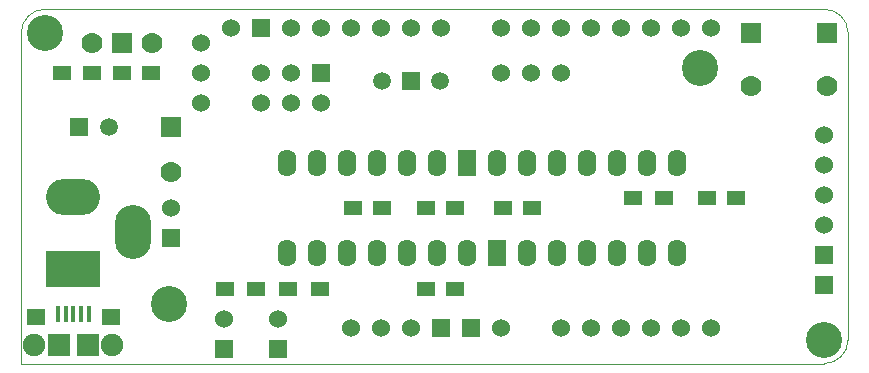
<source format=gbs>
G04 #@! TF.FileFunction,Soldermask,Bot*
%FSLAX46Y46*%
G04 Gerber Fmt 4.6, Leading zero omitted, Abs format (unit mm)*
G04 Created by KiCad (PCBNEW (2014-12-01 BZR 5309)-product) date Wed Dec  3 13:19:54 2014*
%MOMM*%
G01*
G04 APERTURE LIST*
%ADD10C,0.100000*%
%ADD11C,1.778000*%
%ADD12R,1.778000X1.778000*%
%ADD13R,1.500000X1.300000*%
%ADD14C,3.048000*%
%ADD15R,4.572000X3.048000*%
%ADD16O,4.572000X3.048000*%
%ADD17O,3.048000X4.572000*%
%ADD18C,1.524000*%
%ADD19R,1.524000X1.524000*%
%ADD20R,1.500000X1.250000*%
%ADD21O,1.574800X2.286000*%
%ADD22R,1.574800X2.286000*%
%ADD23R,0.406400X1.371600*%
%ADD24R,1.600200X1.422400*%
%ADD25R,1.905000X1.905000*%
%ADD26C,1.905000*%
%ADD27C,1.501140*%
%ADD28R,1.501140X1.501140*%
G04 APERTURE END LIST*
D10*
X100000000Y-58000000D02*
X100000000Y-32000000D01*
X100000000Y-32000000D02*
G75*
G03X98000000Y-30000000I-2000000J0D01*
G01*
X98000000Y-60000000D02*
G75*
G03X100000000Y-58000000I0J2000000D01*
G01*
X32000000Y-30000000D02*
G75*
G03X30000000Y-32000000I0J-2000000D01*
G01*
X30000000Y-60000000D02*
X30000000Y-32000000D01*
X98000000Y-60000000D02*
X30000000Y-60000000D01*
X32000000Y-30000000D02*
X98000000Y-30000000D01*
D11*
X35960000Y-32870000D03*
D12*
X38500000Y-32870000D03*
D11*
X41040000Y-32870000D03*
D12*
X98250000Y-32000000D03*
D11*
X91750000Y-36500000D03*
X98250000Y-36500000D03*
D12*
X91750000Y-32000000D03*
D13*
X55250000Y-53700000D03*
X52550000Y-53700000D03*
X47210000Y-53700000D03*
X49910000Y-53700000D03*
X81750000Y-46000000D03*
X84450000Y-46000000D03*
D14*
X98000000Y-58000000D03*
X42500000Y-55000000D03*
D15*
X34400000Y-52000000D03*
D16*
X34400000Y-45904000D03*
D17*
X39480000Y-48825000D03*
D18*
X50320000Y-37950000D03*
X50320000Y-35410000D03*
X52860000Y-37950000D03*
X52860000Y-35410000D03*
X55400000Y-37950000D03*
D19*
X55400000Y-35410000D03*
D18*
X65560000Y-31600000D03*
X63020000Y-31600000D03*
X60480000Y-31600000D03*
X57940000Y-31600000D03*
X55400000Y-31600000D03*
X52860000Y-31600000D03*
D19*
X50320000Y-31600000D03*
D18*
X47780000Y-31600000D03*
X88420000Y-31600000D03*
X85880000Y-31600000D03*
X83340000Y-31600000D03*
X80800000Y-31600000D03*
X78260000Y-31600000D03*
X75720000Y-31600000D03*
X73180000Y-31600000D03*
X70640000Y-31600000D03*
X88420000Y-57000000D03*
X85880000Y-57000000D03*
X83340000Y-57000000D03*
X80800000Y-57000000D03*
X78260000Y-57000000D03*
X75720000Y-57000000D03*
X70640000Y-57000000D03*
D19*
X68100000Y-57000000D03*
X65560000Y-57000000D03*
D18*
X63020000Y-57000000D03*
X60480000Y-57000000D03*
X57940000Y-57000000D03*
X45230000Y-32870000D03*
X45230000Y-35410000D03*
X45230000Y-37950000D03*
X51700000Y-56230000D03*
D19*
X51700000Y-58770000D03*
D18*
X47200000Y-56230000D03*
D19*
X47200000Y-58770000D03*
D20*
X60550000Y-46800000D03*
X58050000Y-46800000D03*
X64250000Y-46800000D03*
X66750000Y-46800000D03*
X88050000Y-46000000D03*
X90550000Y-46000000D03*
X70750000Y-46800000D03*
X73250000Y-46800000D03*
X41000000Y-35410000D03*
X38500000Y-35410000D03*
X33460000Y-35420000D03*
X35960000Y-35420000D03*
X64250000Y-53700000D03*
X66750000Y-53700000D03*
D21*
X82970000Y-42990000D03*
X80430000Y-42990000D03*
X77890000Y-42990000D03*
X75350000Y-42990000D03*
X72810000Y-42990000D03*
X70270000Y-42990000D03*
D22*
X67730000Y-42990000D03*
D21*
X65190000Y-42990000D03*
X62650000Y-42990000D03*
X60110000Y-42990000D03*
X57570000Y-42990000D03*
X55030000Y-42990000D03*
X52490000Y-42990000D03*
X85510000Y-42990000D03*
X52490000Y-50610000D03*
X55030000Y-50610000D03*
X57570000Y-50610000D03*
X60110000Y-50610000D03*
X62650000Y-50610000D03*
X65190000Y-50610000D03*
X67730000Y-50610000D03*
D22*
X70270000Y-50610000D03*
D21*
X72810000Y-50610000D03*
X75350000Y-50610000D03*
X77890000Y-50610000D03*
X80430000Y-50610000D03*
X82970000Y-50610000D03*
X85510000Y-50610000D03*
D19*
X98000000Y-53350000D03*
X98000000Y-50810000D03*
D18*
X98000000Y-48270000D03*
X98000000Y-45730000D03*
X98000000Y-43190000D03*
X98000000Y-40650000D03*
D23*
X34400000Y-55800000D03*
X33749760Y-55800000D03*
X33099520Y-55800000D03*
X35050240Y-55800000D03*
X35700480Y-55800000D03*
D24*
X37575000Y-56054000D03*
X31225000Y-56054000D03*
D25*
X35606500Y-58467000D03*
X33193500Y-58467000D03*
D26*
X37702000Y-58467000D03*
X31098000Y-58467000D03*
D27*
X65450940Y-36080000D03*
X60569060Y-36080000D03*
D28*
X63010000Y-36080000D03*
D11*
X42700000Y-43760000D03*
D12*
X42700000Y-39950000D03*
D14*
X32000000Y-32000000D03*
X87500000Y-35000000D03*
D18*
X70640000Y-35410000D03*
X73180000Y-35410000D03*
X75720000Y-35410000D03*
D28*
X34910000Y-39970000D03*
D27*
X37450000Y-39970000D03*
D19*
X42700000Y-49380000D03*
D18*
X42700000Y-46840000D03*
M02*

</source>
